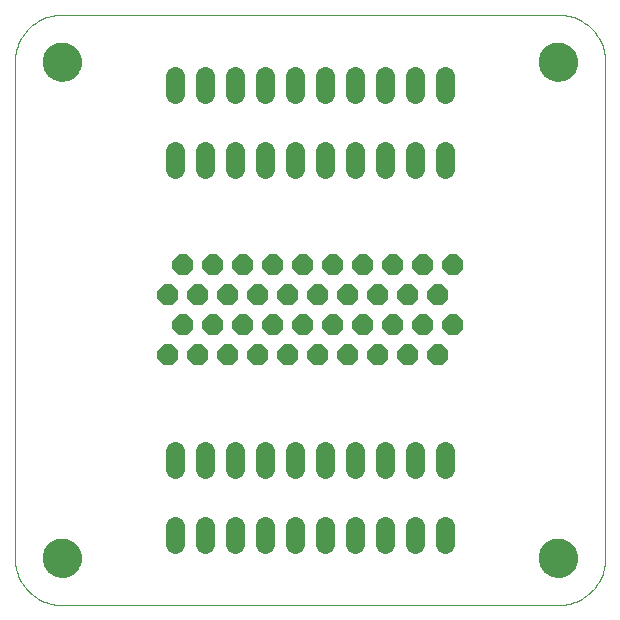
<source format=gbs>
G75*
%MOIN*%
%OFA0B0*%
%FSLAX24Y24*%
%IPPOS*%
%LPD*%
%AMOC8*
5,1,8,0,0,1.08239X$1,22.5*
%
%ADD10C,0.0640*%
%ADD11OC8,0.0700*%
%ADD12C,0.0000*%
%ADD13C,0.1300*%
D10*
X010954Y005458D02*
X010954Y006058D01*
X011954Y006058D02*
X011954Y005458D01*
X012954Y005458D02*
X012954Y006058D01*
X013954Y006058D02*
X013954Y005458D01*
X014954Y005458D02*
X014954Y006058D01*
X015954Y006058D02*
X015954Y005458D01*
X016954Y005458D02*
X016954Y006058D01*
X017954Y006058D02*
X017954Y005458D01*
X018954Y005458D02*
X018954Y006058D01*
X019954Y006058D02*
X019954Y005458D01*
X019954Y007958D02*
X019954Y008558D01*
X018954Y008558D02*
X018954Y007958D01*
X017954Y007958D02*
X017954Y008558D01*
X016954Y008558D02*
X016954Y007958D01*
X015954Y007958D02*
X015954Y008558D01*
X014954Y008558D02*
X014954Y007958D01*
X013954Y007958D02*
X013954Y008558D01*
X012954Y008558D02*
X012954Y007958D01*
X011954Y007958D02*
X011954Y008558D01*
X010954Y008558D02*
X010954Y007958D01*
X010954Y017958D02*
X010954Y018558D01*
X011954Y018558D02*
X011954Y017958D01*
X012954Y017958D02*
X012954Y018558D01*
X013954Y018558D02*
X013954Y017958D01*
X014954Y017958D02*
X014954Y018558D01*
X015954Y018558D02*
X015954Y017958D01*
X016954Y017958D02*
X016954Y018558D01*
X017954Y018558D02*
X017954Y017958D01*
X018954Y017958D02*
X018954Y018558D01*
X019954Y018558D02*
X019954Y017958D01*
X019954Y020458D02*
X019954Y021058D01*
X018954Y021058D02*
X018954Y020458D01*
X017954Y020458D02*
X017954Y021058D01*
X016954Y021058D02*
X016954Y020458D01*
X015954Y020458D02*
X015954Y021058D01*
X014954Y021058D02*
X014954Y020458D01*
X013954Y020458D02*
X013954Y021058D01*
X012954Y021058D02*
X012954Y020458D01*
X011954Y020458D02*
X011954Y021058D01*
X010954Y021058D02*
X010954Y020458D01*
D11*
X011204Y014758D03*
X012204Y014758D03*
X013204Y014758D03*
X014204Y014758D03*
X015204Y014758D03*
X016204Y014758D03*
X017204Y014758D03*
X018204Y014758D03*
X019204Y014758D03*
X020204Y014758D03*
X019704Y013758D03*
X018704Y013758D03*
X017704Y013758D03*
X016704Y013758D03*
X015704Y013758D03*
X014704Y013758D03*
X013704Y013758D03*
X012704Y013758D03*
X011704Y013758D03*
X010704Y013758D03*
X011204Y012758D03*
X012204Y012758D03*
X013204Y012758D03*
X014204Y012758D03*
X015204Y012758D03*
X016204Y012758D03*
X017204Y012758D03*
X018204Y012758D03*
X019204Y012758D03*
X020204Y012758D03*
X019704Y011758D03*
X018704Y011758D03*
X017704Y011758D03*
X016704Y011758D03*
X015704Y011758D03*
X014704Y011758D03*
X013704Y011758D03*
X012704Y011758D03*
X011704Y011758D03*
X010704Y011758D03*
D12*
X005612Y004990D02*
X005612Y021526D01*
X006557Y021526D02*
X006559Y021576D01*
X006565Y021626D01*
X006575Y021675D01*
X006589Y021723D01*
X006606Y021770D01*
X006627Y021815D01*
X006652Y021859D01*
X006680Y021900D01*
X006712Y021939D01*
X006746Y021976D01*
X006783Y022010D01*
X006823Y022040D01*
X006865Y022067D01*
X006909Y022091D01*
X006955Y022112D01*
X007002Y022128D01*
X007050Y022141D01*
X007100Y022150D01*
X007149Y022155D01*
X007200Y022156D01*
X007250Y022153D01*
X007299Y022146D01*
X007348Y022135D01*
X007396Y022120D01*
X007442Y022102D01*
X007487Y022080D01*
X007530Y022054D01*
X007571Y022025D01*
X007610Y021993D01*
X007646Y021958D01*
X007678Y021920D01*
X007708Y021880D01*
X007735Y021837D01*
X007758Y021793D01*
X007777Y021747D01*
X007793Y021699D01*
X007805Y021650D01*
X007813Y021601D01*
X007817Y021551D01*
X007817Y021501D01*
X007813Y021451D01*
X007805Y021402D01*
X007793Y021353D01*
X007777Y021305D01*
X007758Y021259D01*
X007735Y021215D01*
X007708Y021172D01*
X007678Y021132D01*
X007646Y021094D01*
X007610Y021059D01*
X007571Y021027D01*
X007530Y020998D01*
X007487Y020972D01*
X007442Y020950D01*
X007396Y020932D01*
X007348Y020917D01*
X007299Y020906D01*
X007250Y020899D01*
X007200Y020896D01*
X007149Y020897D01*
X007100Y020902D01*
X007050Y020911D01*
X007002Y020924D01*
X006955Y020940D01*
X006909Y020961D01*
X006865Y020985D01*
X006823Y021012D01*
X006783Y021042D01*
X006746Y021076D01*
X006712Y021113D01*
X006680Y021152D01*
X006652Y021193D01*
X006627Y021237D01*
X006606Y021282D01*
X006589Y021329D01*
X006575Y021377D01*
X006565Y021426D01*
X006559Y021476D01*
X006557Y021526D01*
X005612Y021526D02*
X005614Y021603D01*
X005620Y021680D01*
X005629Y021757D01*
X005642Y021833D01*
X005659Y021909D01*
X005680Y021983D01*
X005704Y022057D01*
X005732Y022129D01*
X005763Y022199D01*
X005798Y022268D01*
X005836Y022336D01*
X005877Y022401D01*
X005922Y022464D01*
X005970Y022525D01*
X006020Y022584D01*
X006073Y022640D01*
X006129Y022693D01*
X006188Y022743D01*
X006249Y022791D01*
X006312Y022836D01*
X006377Y022877D01*
X006445Y022915D01*
X006514Y022950D01*
X006584Y022981D01*
X006656Y023009D01*
X006730Y023033D01*
X006804Y023054D01*
X006880Y023071D01*
X006956Y023084D01*
X007033Y023093D01*
X007110Y023099D01*
X007187Y023101D01*
X023722Y023101D01*
X023092Y021526D02*
X023094Y021576D01*
X023100Y021626D01*
X023110Y021675D01*
X023124Y021723D01*
X023141Y021770D01*
X023162Y021815D01*
X023187Y021859D01*
X023215Y021900D01*
X023247Y021939D01*
X023281Y021976D01*
X023318Y022010D01*
X023358Y022040D01*
X023400Y022067D01*
X023444Y022091D01*
X023490Y022112D01*
X023537Y022128D01*
X023585Y022141D01*
X023635Y022150D01*
X023684Y022155D01*
X023735Y022156D01*
X023785Y022153D01*
X023834Y022146D01*
X023883Y022135D01*
X023931Y022120D01*
X023977Y022102D01*
X024022Y022080D01*
X024065Y022054D01*
X024106Y022025D01*
X024145Y021993D01*
X024181Y021958D01*
X024213Y021920D01*
X024243Y021880D01*
X024270Y021837D01*
X024293Y021793D01*
X024312Y021747D01*
X024328Y021699D01*
X024340Y021650D01*
X024348Y021601D01*
X024352Y021551D01*
X024352Y021501D01*
X024348Y021451D01*
X024340Y021402D01*
X024328Y021353D01*
X024312Y021305D01*
X024293Y021259D01*
X024270Y021215D01*
X024243Y021172D01*
X024213Y021132D01*
X024181Y021094D01*
X024145Y021059D01*
X024106Y021027D01*
X024065Y020998D01*
X024022Y020972D01*
X023977Y020950D01*
X023931Y020932D01*
X023883Y020917D01*
X023834Y020906D01*
X023785Y020899D01*
X023735Y020896D01*
X023684Y020897D01*
X023635Y020902D01*
X023585Y020911D01*
X023537Y020924D01*
X023490Y020940D01*
X023444Y020961D01*
X023400Y020985D01*
X023358Y021012D01*
X023318Y021042D01*
X023281Y021076D01*
X023247Y021113D01*
X023215Y021152D01*
X023187Y021193D01*
X023162Y021237D01*
X023141Y021282D01*
X023124Y021329D01*
X023110Y021377D01*
X023100Y021426D01*
X023094Y021476D01*
X023092Y021526D01*
X023722Y023101D02*
X023799Y023099D01*
X023876Y023093D01*
X023953Y023084D01*
X024029Y023071D01*
X024105Y023054D01*
X024179Y023033D01*
X024253Y023009D01*
X024325Y022981D01*
X024395Y022950D01*
X024464Y022915D01*
X024532Y022877D01*
X024597Y022836D01*
X024660Y022791D01*
X024721Y022743D01*
X024780Y022693D01*
X024836Y022640D01*
X024889Y022584D01*
X024939Y022525D01*
X024987Y022464D01*
X025032Y022401D01*
X025073Y022336D01*
X025111Y022268D01*
X025146Y022199D01*
X025177Y022129D01*
X025205Y022057D01*
X025229Y021983D01*
X025250Y021909D01*
X025267Y021833D01*
X025280Y021757D01*
X025289Y021680D01*
X025295Y021603D01*
X025297Y021526D01*
X025297Y004990D01*
X023092Y004990D02*
X023094Y005040D01*
X023100Y005090D01*
X023110Y005139D01*
X023124Y005187D01*
X023141Y005234D01*
X023162Y005279D01*
X023187Y005323D01*
X023215Y005364D01*
X023247Y005403D01*
X023281Y005440D01*
X023318Y005474D01*
X023358Y005504D01*
X023400Y005531D01*
X023444Y005555D01*
X023490Y005576D01*
X023537Y005592D01*
X023585Y005605D01*
X023635Y005614D01*
X023684Y005619D01*
X023735Y005620D01*
X023785Y005617D01*
X023834Y005610D01*
X023883Y005599D01*
X023931Y005584D01*
X023977Y005566D01*
X024022Y005544D01*
X024065Y005518D01*
X024106Y005489D01*
X024145Y005457D01*
X024181Y005422D01*
X024213Y005384D01*
X024243Y005344D01*
X024270Y005301D01*
X024293Y005257D01*
X024312Y005211D01*
X024328Y005163D01*
X024340Y005114D01*
X024348Y005065D01*
X024352Y005015D01*
X024352Y004965D01*
X024348Y004915D01*
X024340Y004866D01*
X024328Y004817D01*
X024312Y004769D01*
X024293Y004723D01*
X024270Y004679D01*
X024243Y004636D01*
X024213Y004596D01*
X024181Y004558D01*
X024145Y004523D01*
X024106Y004491D01*
X024065Y004462D01*
X024022Y004436D01*
X023977Y004414D01*
X023931Y004396D01*
X023883Y004381D01*
X023834Y004370D01*
X023785Y004363D01*
X023735Y004360D01*
X023684Y004361D01*
X023635Y004366D01*
X023585Y004375D01*
X023537Y004388D01*
X023490Y004404D01*
X023444Y004425D01*
X023400Y004449D01*
X023358Y004476D01*
X023318Y004506D01*
X023281Y004540D01*
X023247Y004577D01*
X023215Y004616D01*
X023187Y004657D01*
X023162Y004701D01*
X023141Y004746D01*
X023124Y004793D01*
X023110Y004841D01*
X023100Y004890D01*
X023094Y004940D01*
X023092Y004990D01*
X023722Y003415D02*
X023799Y003417D01*
X023876Y003423D01*
X023953Y003432D01*
X024029Y003445D01*
X024105Y003462D01*
X024179Y003483D01*
X024253Y003507D01*
X024325Y003535D01*
X024395Y003566D01*
X024464Y003601D01*
X024532Y003639D01*
X024597Y003680D01*
X024660Y003725D01*
X024721Y003773D01*
X024780Y003823D01*
X024836Y003876D01*
X024889Y003932D01*
X024939Y003991D01*
X024987Y004052D01*
X025032Y004115D01*
X025073Y004180D01*
X025111Y004248D01*
X025146Y004317D01*
X025177Y004387D01*
X025205Y004459D01*
X025229Y004533D01*
X025250Y004607D01*
X025267Y004683D01*
X025280Y004759D01*
X025289Y004836D01*
X025295Y004913D01*
X025297Y004990D01*
X023722Y003416D02*
X007187Y003416D01*
X006557Y004990D02*
X006559Y005040D01*
X006565Y005090D01*
X006575Y005139D01*
X006589Y005187D01*
X006606Y005234D01*
X006627Y005279D01*
X006652Y005323D01*
X006680Y005364D01*
X006712Y005403D01*
X006746Y005440D01*
X006783Y005474D01*
X006823Y005504D01*
X006865Y005531D01*
X006909Y005555D01*
X006955Y005576D01*
X007002Y005592D01*
X007050Y005605D01*
X007100Y005614D01*
X007149Y005619D01*
X007200Y005620D01*
X007250Y005617D01*
X007299Y005610D01*
X007348Y005599D01*
X007396Y005584D01*
X007442Y005566D01*
X007487Y005544D01*
X007530Y005518D01*
X007571Y005489D01*
X007610Y005457D01*
X007646Y005422D01*
X007678Y005384D01*
X007708Y005344D01*
X007735Y005301D01*
X007758Y005257D01*
X007777Y005211D01*
X007793Y005163D01*
X007805Y005114D01*
X007813Y005065D01*
X007817Y005015D01*
X007817Y004965D01*
X007813Y004915D01*
X007805Y004866D01*
X007793Y004817D01*
X007777Y004769D01*
X007758Y004723D01*
X007735Y004679D01*
X007708Y004636D01*
X007678Y004596D01*
X007646Y004558D01*
X007610Y004523D01*
X007571Y004491D01*
X007530Y004462D01*
X007487Y004436D01*
X007442Y004414D01*
X007396Y004396D01*
X007348Y004381D01*
X007299Y004370D01*
X007250Y004363D01*
X007200Y004360D01*
X007149Y004361D01*
X007100Y004366D01*
X007050Y004375D01*
X007002Y004388D01*
X006955Y004404D01*
X006909Y004425D01*
X006865Y004449D01*
X006823Y004476D01*
X006783Y004506D01*
X006746Y004540D01*
X006712Y004577D01*
X006680Y004616D01*
X006652Y004657D01*
X006627Y004701D01*
X006606Y004746D01*
X006589Y004793D01*
X006575Y004841D01*
X006565Y004890D01*
X006559Y004940D01*
X006557Y004990D01*
X005612Y004990D02*
X005614Y004913D01*
X005620Y004836D01*
X005629Y004759D01*
X005642Y004683D01*
X005659Y004607D01*
X005680Y004533D01*
X005704Y004459D01*
X005732Y004387D01*
X005763Y004317D01*
X005798Y004248D01*
X005836Y004180D01*
X005877Y004115D01*
X005922Y004052D01*
X005970Y003991D01*
X006020Y003932D01*
X006073Y003876D01*
X006129Y003823D01*
X006188Y003773D01*
X006249Y003725D01*
X006312Y003680D01*
X006377Y003639D01*
X006445Y003601D01*
X006514Y003566D01*
X006584Y003535D01*
X006656Y003507D01*
X006730Y003483D01*
X006804Y003462D01*
X006880Y003445D01*
X006956Y003432D01*
X007033Y003423D01*
X007110Y003417D01*
X007187Y003415D01*
D13*
X007187Y004990D03*
X023722Y004990D03*
X023722Y021526D03*
X007187Y021526D03*
M02*

</source>
